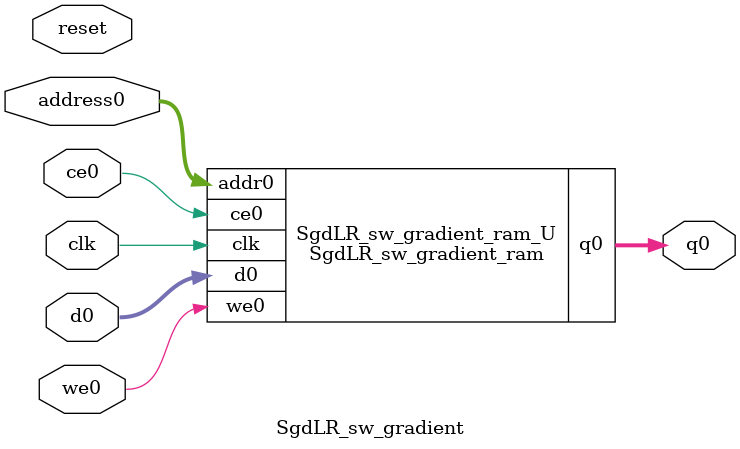
<source format=v>
`timescale 1 ns / 1 ps
module SgdLR_sw_gradient_ram (addr0, ce0, d0, we0, q0,  clk);

parameter DWIDTH = 32;
parameter AWIDTH = 10;
parameter MEM_SIZE = 1024;

input[AWIDTH-1:0] addr0;
input ce0;
input[DWIDTH-1:0] d0;
input we0;
output reg[DWIDTH-1:0] q0;
input clk;

(* ram_style = "block" *)reg [DWIDTH-1:0] ram[0:MEM_SIZE-1];




always @(posedge clk)  
begin 
    if (ce0) 
    begin
        if (we0) 
        begin 
            ram[addr0] <= d0; 
        end 
        q0 <= ram[addr0];
    end
end


endmodule

`timescale 1 ns / 1 ps
module SgdLR_sw_gradient(
    reset,
    clk,
    address0,
    ce0,
    we0,
    d0,
    q0);

parameter DataWidth = 32'd32;
parameter AddressRange = 32'd1024;
parameter AddressWidth = 32'd10;
input reset;
input clk;
input[AddressWidth - 1:0] address0;
input ce0;
input we0;
input[DataWidth - 1:0] d0;
output[DataWidth - 1:0] q0;



SgdLR_sw_gradient_ram SgdLR_sw_gradient_ram_U(
    .clk( clk ),
    .addr0( address0 ),
    .ce0( ce0 ),
    .we0( we0 ),
    .d0( d0 ),
    .q0( q0 ));

endmodule


</source>
